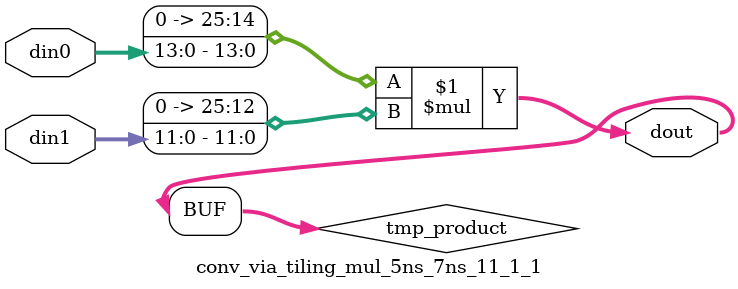
<source format=v>

`timescale 1 ns / 1 ps

 module conv_via_tiling_mul_5ns_7ns_11_1_1(din0, din1, dout);
parameter ID = 1;
parameter NUM_STAGE = 0;
parameter din0_WIDTH = 14;
parameter din1_WIDTH = 12;
parameter dout_WIDTH = 26;

input [din0_WIDTH - 1 : 0] din0; 
input [din1_WIDTH - 1 : 0] din1; 
output [dout_WIDTH - 1 : 0] dout;

wire signed [dout_WIDTH - 1 : 0] tmp_product;
























assign tmp_product = $signed({1'b0, din0}) * $signed({1'b0, din1});











assign dout = tmp_product;





















endmodule

</source>
